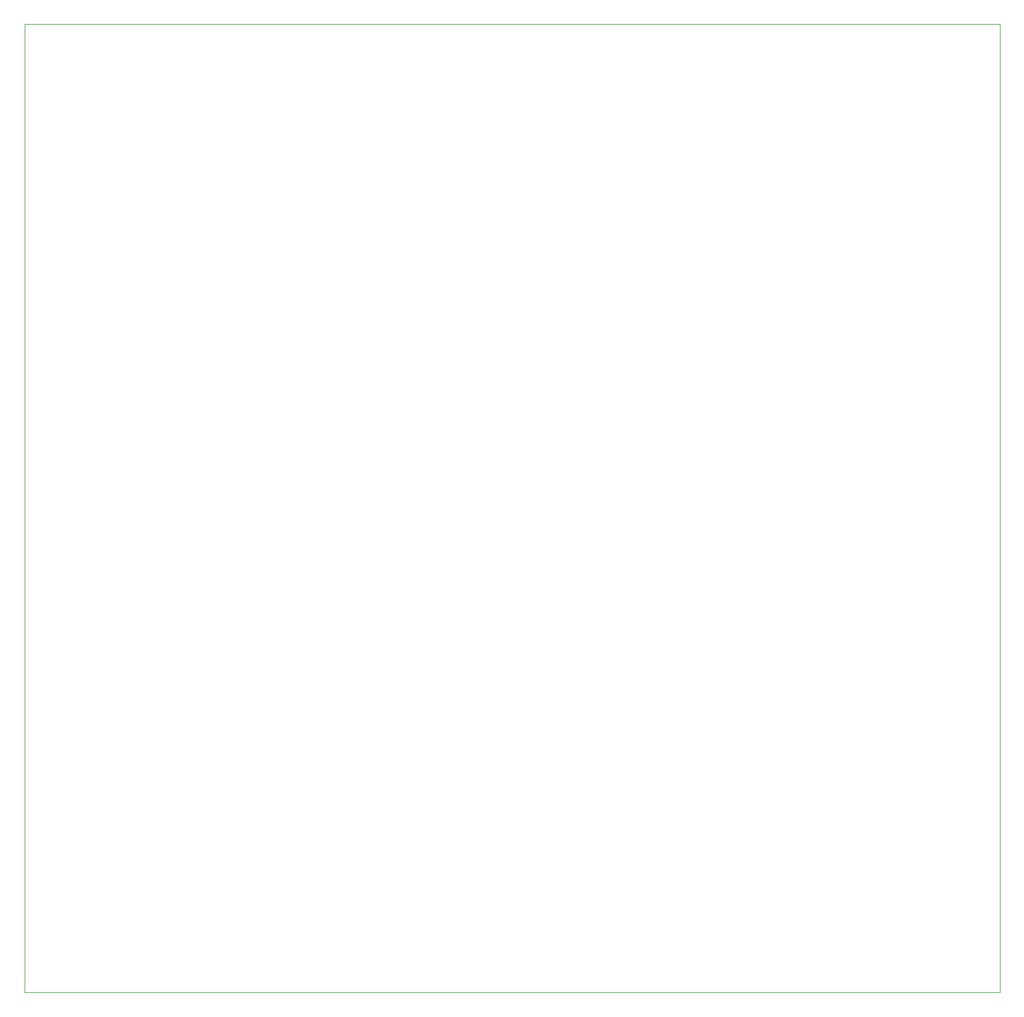
<source format=gbr>
%TF.GenerationSoftware,KiCad,Pcbnew,5.1.8-db9833491~88~ubuntu16.04.1*%
%TF.CreationDate,2021-01-16T20:59:40+01:00*%
%TF.ProjectId,vco,76636f2e-6b69-4636-9164-5f7063625858,rev?*%
%TF.SameCoordinates,Original*%
%TF.FileFunction,Legend,Bot*%
%TF.FilePolarity,Positive*%
%FSLAX46Y46*%
G04 Gerber Fmt 4.6, Leading zero omitted, Abs format (unit mm)*
G04 Created by KiCad (PCBNEW 5.1.8-db9833491~88~ubuntu16.04.1) date 2021-01-16 20:59:40*
%MOMM*%
%LPD*%
G01*
G04 APERTURE LIST*
%TA.AperFunction,Profile*%
%ADD10C,0.050000*%
%TD*%
G04 APERTURE END LIST*
D10*
X163000000Y-187000000D02*
X19000000Y-187000000D01*
X163000000Y-44000000D02*
X163000000Y-187000000D01*
X19000000Y-44000000D02*
X163000000Y-44000000D01*
X19000000Y-187000000D02*
X19000000Y-44000000D01*
M02*

</source>
